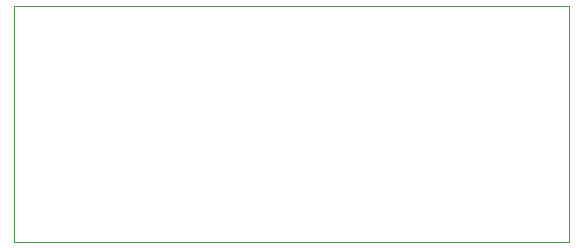
<source format=gm1>
%TF.GenerationSoftware,KiCad,Pcbnew,8.0.4*%
%TF.CreationDate,2025-01-06T15:16:25+00:00*%
%TF.ProjectId,33063_invert,33333036-335f-4696-9e76-6572742e6b69,rev?*%
%TF.SameCoordinates,Original*%
%TF.FileFunction,Profile,NP*%
%FSLAX46Y46*%
G04 Gerber Fmt 4.6, Leading zero omitted, Abs format (unit mm)*
G04 Created by KiCad (PCBNEW 8.0.4) date 2025-01-06 15:16:25*
%MOMM*%
%LPD*%
G01*
G04 APERTURE LIST*
%TA.AperFunction,Profile*%
%ADD10C,0.050000*%
%TD*%
G04 APERTURE END LIST*
D10*
X50000000Y-50000000D02*
X97000000Y-50000000D01*
X97000000Y-70000000D01*
X50000000Y-70000000D01*
X50000000Y-50000000D01*
M02*

</source>
